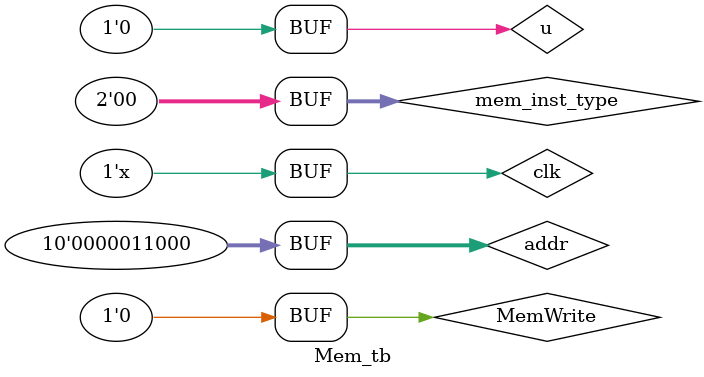
<source format=v>

`timescale 1ns/1ns

module Mem_tb;

	//Inputs
	reg clk;
	reg rst;
	reg MemWrite;
	reg [9: 0] addr;
	reg [31: 0] data_in;
	reg u;
	reg [1: 0] mem_inst_type;


	//Outputs
	wire [31: 0] data_out;


	//Instantiation of Unit Under Test
	Mem uut (
		.clk(clk),
		.rst(rst),
		.MemWrite(MemWrite),
		.addr(addr),
		.data_in(data_in),
		.u(u),
		.mem_inst_type(mem_inst_type),
		.data_out(data_out)
	);

    always #10 clk = ~clk;
	initial begin
	//Inputs initialization
		clk = 0;
        u = 0;
    
		
        MemWrite = 1;
        #100	
         MemWrite = 0;
         addr = 0;
        mem_inst_type = 0;
        #100    
        MemWrite = 0;
        addr = 4;
        #100
        MemWrite = 0;
        addr = 8;
        #100
        addr = 12;
        #100
        addr = 16;
        #100
        addr = 20;
        #100
        addr = 24;
	end

endmodule
</source>
